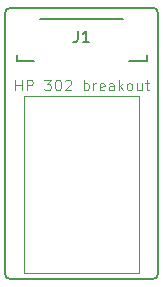
<source format=gto>
%TF.GenerationSoftware,KiCad,Pcbnew,(6.0.0-rc1-dev-1-g01c5bdfb8)*%
%TF.CreationDate,2019-02-26T15:43:23+01:00*%
%TF.ProjectId,printhead_connector,7072696E74686561645F636F6E6E6563,rev?*%
%TF.SameCoordinates,Original*%
%TF.FileFunction,Legend,Top*%
%TF.FilePolarity,Positive*%
%FSLAX46Y46*%
G04 Gerber Fmt 4.6, Leading zero omitted, Abs format (unit mm)*
G04 Created by KiCad (PCBNEW (6.0.0-rc1-dev-1-g01c5bdfb8)) date Tue Feb 26 15:43:23 2019*
%MOMM*%
%LPD*%
G01*
G04 APERTURE LIST*
%ADD10C,0.100000*%
%ADD11C,0.150000*%
%ADD12C,0.050000*%
G04 APERTURE END LIST*
D10*
X94407142Y-92007142D02*
X94407142Y-91107142D01*
X94407142Y-91535714D02*
X94921428Y-91535714D01*
X94921428Y-92007142D02*
X94921428Y-91107142D01*
X95349999Y-92007142D02*
X95349999Y-91107142D01*
X95692857Y-91107142D01*
X95778571Y-91150000D01*
X95821428Y-91192857D01*
X95864285Y-91278571D01*
X95864285Y-91407142D01*
X95821428Y-91492857D01*
X95778571Y-91535714D01*
X95692857Y-91578571D01*
X95349999Y-91578571D01*
X96849999Y-91107142D02*
X97407142Y-91107142D01*
X97107142Y-91450000D01*
X97235714Y-91450000D01*
X97321428Y-91492857D01*
X97364285Y-91535714D01*
X97407142Y-91621428D01*
X97407142Y-91835714D01*
X97364285Y-91921428D01*
X97321428Y-91964285D01*
X97235714Y-92007142D01*
X96978571Y-92007142D01*
X96892857Y-91964285D01*
X96849999Y-91921428D01*
X97964285Y-91107142D02*
X98049999Y-91107142D01*
X98135714Y-91150000D01*
X98178571Y-91192857D01*
X98221428Y-91278571D01*
X98264285Y-91450000D01*
X98264285Y-91664285D01*
X98221428Y-91835714D01*
X98178571Y-91921428D01*
X98135714Y-91964285D01*
X98049999Y-92007142D01*
X97964285Y-92007142D01*
X97878571Y-91964285D01*
X97835714Y-91921428D01*
X97792857Y-91835714D01*
X97749999Y-91664285D01*
X97749999Y-91450000D01*
X97792857Y-91278571D01*
X97835714Y-91192857D01*
X97878571Y-91150000D01*
X97964285Y-91107142D01*
X98607142Y-91192857D02*
X98649999Y-91150000D01*
X98735714Y-91107142D01*
X98949999Y-91107142D01*
X99035714Y-91150000D01*
X99078571Y-91192857D01*
X99121428Y-91278571D01*
X99121428Y-91364285D01*
X99078571Y-91492857D01*
X98564285Y-92007142D01*
X99121428Y-92007142D01*
X100192857Y-92007142D02*
X100192857Y-91107142D01*
X100192857Y-91450000D02*
X100278571Y-91407142D01*
X100449999Y-91407142D01*
X100535714Y-91450000D01*
X100578571Y-91492857D01*
X100621428Y-91578571D01*
X100621428Y-91835714D01*
X100578571Y-91921428D01*
X100535714Y-91964285D01*
X100449999Y-92007142D01*
X100278571Y-92007142D01*
X100192857Y-91964285D01*
X101007142Y-92007142D02*
X101007142Y-91407142D01*
X101007142Y-91578571D02*
X101049999Y-91492857D01*
X101092857Y-91450000D01*
X101178571Y-91407142D01*
X101264285Y-91407142D01*
X101907142Y-91964285D02*
X101821428Y-92007142D01*
X101649999Y-92007142D01*
X101564285Y-91964285D01*
X101521428Y-91878571D01*
X101521428Y-91535714D01*
X101564285Y-91450000D01*
X101649999Y-91407142D01*
X101821428Y-91407142D01*
X101907142Y-91450000D01*
X101949999Y-91535714D01*
X101949999Y-91621428D01*
X101521428Y-91707142D01*
X102721428Y-92007142D02*
X102721428Y-91535714D01*
X102678571Y-91450000D01*
X102592857Y-91407142D01*
X102421428Y-91407142D01*
X102335714Y-91450000D01*
X102721428Y-91964285D02*
X102635714Y-92007142D01*
X102421428Y-92007142D01*
X102335714Y-91964285D01*
X102292857Y-91878571D01*
X102292857Y-91792857D01*
X102335714Y-91707142D01*
X102421428Y-91664285D01*
X102635714Y-91664285D01*
X102721428Y-91621428D01*
X103150000Y-92007142D02*
X103150000Y-91107142D01*
X103235714Y-91664285D02*
X103492857Y-92007142D01*
X103492857Y-91407142D02*
X103150000Y-91750000D01*
X104007142Y-92007142D02*
X103921428Y-91964285D01*
X103878571Y-91921428D01*
X103835714Y-91835714D01*
X103835714Y-91578571D01*
X103878571Y-91492857D01*
X103921428Y-91450000D01*
X104007142Y-91407142D01*
X104135714Y-91407142D01*
X104221428Y-91450000D01*
X104264285Y-91492857D01*
X104307142Y-91578571D01*
X104307142Y-91835714D01*
X104264285Y-91921428D01*
X104221428Y-91964285D01*
X104135714Y-92007142D01*
X104007142Y-92007142D01*
X105078571Y-91407142D02*
X105078571Y-92007142D01*
X104692857Y-91407142D02*
X104692857Y-91878571D01*
X104735714Y-91964285D01*
X104821428Y-92007142D01*
X104950000Y-92007142D01*
X105035714Y-91964285D01*
X105078571Y-91921428D01*
X105378571Y-91407142D02*
X105721428Y-91407142D01*
X105507142Y-91107142D02*
X105507142Y-91878571D01*
X105550000Y-91964285D01*
X105635714Y-92007142D01*
X105721428Y-92007142D01*
D11*
X93500000Y-85500000D02*
G75*
G02X94000000Y-85000000I500000J0D01*
G01*
X106000000Y-85000000D02*
G75*
G02X106500000Y-85500000I0J-500000D01*
G01*
X106500000Y-107500000D02*
G75*
G02X106000000Y-108000000I-500000J0D01*
G01*
X94000000Y-108000000D02*
G75*
G02X93500000Y-107500000I0J500000D01*
G01*
X93500000Y-107500000D02*
X93500000Y-85500000D01*
X106000000Y-108000000D02*
X94000000Y-108000000D01*
X106500000Y-85500000D02*
X106500000Y-107500000D01*
X94000000Y-85000000D02*
X106000000Y-85000000D01*
D12*
X95100000Y-92500000D02*
X95100000Y-107500000D01*
X96600000Y-92500000D02*
X95100000Y-92500000D01*
X104850000Y-92500000D02*
X96600000Y-92500000D01*
X104850000Y-107500000D02*
X104850000Y-92500000D01*
X95100000Y-107500000D02*
X104850000Y-107500000D01*
D11*
X103500000Y-86000000D02*
X96500000Y-86000000D01*
X105500000Y-89500000D02*
X105500000Y-89000000D01*
X104000000Y-89500000D02*
X105500000Y-89500000D01*
X94500000Y-89500000D02*
X94500000Y-89000000D01*
X96000000Y-89500000D02*
X94500000Y-89500000D01*
X99666666Y-86952380D02*
X99666666Y-87666666D01*
X99619047Y-87809523D01*
X99523809Y-87904761D01*
X99380952Y-87952380D01*
X99285714Y-87952380D01*
X100666666Y-87952380D02*
X100095238Y-87952380D01*
X100380952Y-87952380D02*
X100380952Y-86952380D01*
X100285714Y-87095238D01*
X100190476Y-87190476D01*
X100095238Y-87238095D01*
M02*

</source>
